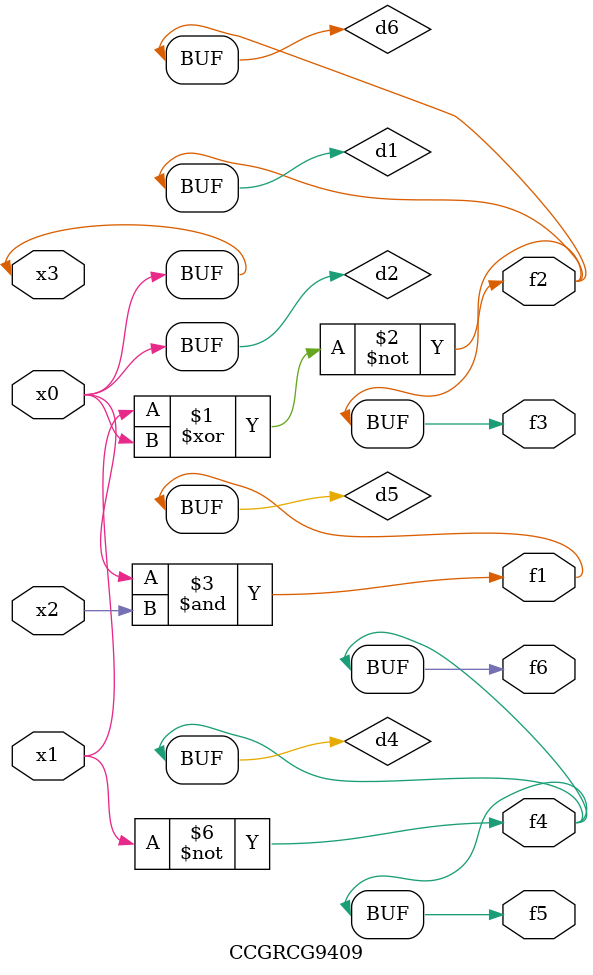
<source format=v>
module CCGRCG9409(
	input x0, x1, x2, x3,
	output f1, f2, f3, f4, f5, f6
);

	wire d1, d2, d3, d4, d5, d6;

	xnor (d1, x1, x3);
	buf (d2, x0, x3);
	nand (d3, x0, x2);
	not (d4, x1);
	nand (d5, d3);
	or (d6, d1);
	assign f1 = d5;
	assign f2 = d6;
	assign f3 = d6;
	assign f4 = d4;
	assign f5 = d4;
	assign f6 = d4;
endmodule

</source>
